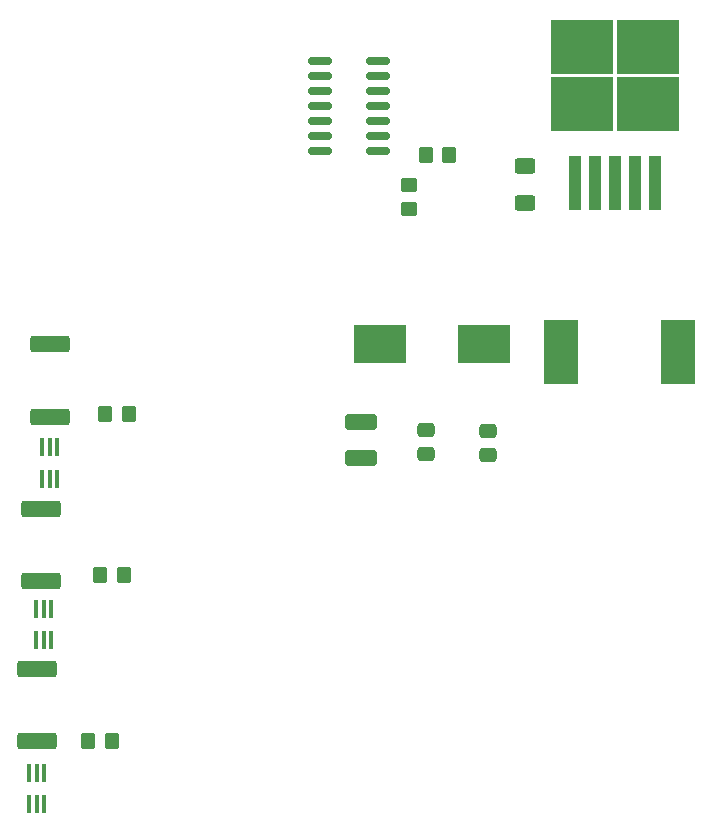
<source format=gbr>
%TF.GenerationSoftware,KiCad,Pcbnew,(6.0.2)*%
%TF.CreationDate,2022-03-20T03:32:58-07:00*%
%TF.ProjectId,ChargerPOC,43686172-6765-4725-904f-432e6b696361,rev?*%
%TF.SameCoordinates,Original*%
%TF.FileFunction,Paste,Top*%
%TF.FilePolarity,Positive*%
%FSLAX46Y46*%
G04 Gerber Fmt 4.6, Leading zero omitted, Abs format (unit mm)*
G04 Created by KiCad (PCBNEW (6.0.2)) date 2022-03-20 03:32:58*
%MOMM*%
%LPD*%
G01*
G04 APERTURE LIST*
G04 Aperture macros list*
%AMRoundRect*
0 Rectangle with rounded corners*
0 $1 Rounding radius*
0 $2 $3 $4 $5 $6 $7 $8 $9 X,Y pos of 4 corners*
0 Add a 4 corners polygon primitive as box body*
4,1,4,$2,$3,$4,$5,$6,$7,$8,$9,$2,$3,0*
0 Add four circle primitives for the rounded corners*
1,1,$1+$1,$2,$3*
1,1,$1+$1,$4,$5*
1,1,$1+$1,$6,$7*
1,1,$1+$1,$8,$9*
0 Add four rect primitives between the rounded corners*
20,1,$1+$1,$2,$3,$4,$5,0*
20,1,$1+$1,$4,$5,$6,$7,0*
20,1,$1+$1,$6,$7,$8,$9,0*
20,1,$1+$1,$8,$9,$2,$3,0*%
G04 Aperture macros list end*
%ADD10RoundRect,0.150000X0.825000X0.150000X-0.825000X0.150000X-0.825000X-0.150000X0.825000X-0.150000X0*%
%ADD11RoundRect,0.250000X-0.450000X0.350000X-0.450000X-0.350000X0.450000X-0.350000X0.450000X0.350000X0*%
%ADD12RoundRect,0.250000X-0.350000X-0.450000X0.350000X-0.450000X0.350000X0.450000X-0.350000X0.450000X0*%
%ADD13RoundRect,0.249999X-1.425001X0.450001X-1.425001X-0.450001X1.425001X-0.450001X1.425001X0.450001X0*%
%ADD14R,5.250000X4.550000*%
%ADD15R,1.100000X4.600000*%
%ADD16R,0.400000X1.500000*%
%ADD17R,2.900000X5.400000*%
%ADD18RoundRect,0.250000X-1.100000X0.412500X-1.100000X-0.412500X1.100000X-0.412500X1.100000X0.412500X0*%
%ADD19RoundRect,0.250000X-0.475000X0.337500X-0.475000X-0.337500X0.475000X-0.337500X0.475000X0.337500X0*%
%ADD20R,4.500000X3.300000*%
%ADD21RoundRect,0.250000X0.625000X-0.400000X0.625000X0.400000X-0.625000X0.400000X-0.625000X-0.400000X0*%
G04 APERTURE END LIST*
D10*
%TO.C,U10*%
X60564800Y-73752200D03*
X60564800Y-72482200D03*
X60564800Y-71212200D03*
X60564800Y-69942200D03*
X60564800Y-68672200D03*
X60564800Y-67402200D03*
X60564800Y-66132200D03*
X55614800Y-66132200D03*
X55614800Y-67402200D03*
X55614800Y-68672200D03*
X55614800Y-69942200D03*
X55614800Y-71212200D03*
X55614800Y-72482200D03*
X55614800Y-73752200D03*
%TD*%
D11*
%TO.C,R17*%
X63144400Y-76673200D03*
X63144400Y-78673200D03*
%TD*%
D12*
%TO.C,R15*%
X64592200Y-74082400D03*
X66592200Y-74082400D03*
%TD*%
%TO.C,R6*%
X35998400Y-123698000D03*
X37998400Y-123698000D03*
%TD*%
%TO.C,R5*%
X37033200Y-109702600D03*
X39033200Y-109702600D03*
%TD*%
%TO.C,R4*%
X37439600Y-96012000D03*
X39439600Y-96012000D03*
%TD*%
D13*
%TO.C,R2*%
X31978600Y-104063800D03*
X31978600Y-110163800D03*
%TD*%
D14*
%TO.C,U11*%
X77851000Y-64922400D03*
X77851000Y-69772400D03*
X83401000Y-64922400D03*
X83401000Y-69772400D03*
D15*
X77226000Y-76497400D03*
X78926000Y-76497400D03*
X80626000Y-76497400D03*
X82326000Y-76497400D03*
X84026000Y-76497400D03*
%TD*%
D16*
%TO.C,U3*%
X32283400Y-126415800D03*
X31633400Y-126415800D03*
X30983400Y-126415800D03*
X30983400Y-129075800D03*
X31633400Y-129075800D03*
X32283400Y-129075800D03*
%TD*%
D17*
%TO.C,L1*%
X85976000Y-90754200D03*
X76076000Y-90754200D03*
%TD*%
D18*
%TO.C,C3*%
X59080400Y-96672400D03*
X59080400Y-99797400D03*
%TD*%
D16*
%TO.C,U2*%
X32882600Y-112547400D03*
X32232600Y-112547400D03*
X31582600Y-112547400D03*
X31582600Y-115207400D03*
X32232600Y-115207400D03*
X32882600Y-115207400D03*
%TD*%
D19*
%TO.C,C4*%
X64592200Y-97358200D03*
X64592200Y-99433200D03*
%TD*%
%TO.C,C5*%
X69824600Y-97459800D03*
X69824600Y-99534800D03*
%TD*%
D16*
%TO.C,U1*%
X33390600Y-98847600D03*
X32740600Y-98847600D03*
X32090600Y-98847600D03*
X32090600Y-101507600D03*
X32740600Y-101507600D03*
X33390600Y-101507600D03*
%TD*%
D13*
%TO.C,R3*%
X31648400Y-117602000D03*
X31648400Y-123702000D03*
%TD*%
%TO.C,R1*%
X32791400Y-90144600D03*
X32791400Y-96244600D03*
%TD*%
D20*
%TO.C,D3*%
X60700200Y-90093800D03*
X69500200Y-90093800D03*
%TD*%
D21*
%TO.C,R14*%
X73025000Y-78131600D03*
X73025000Y-75031600D03*
%TD*%
M02*

</source>
